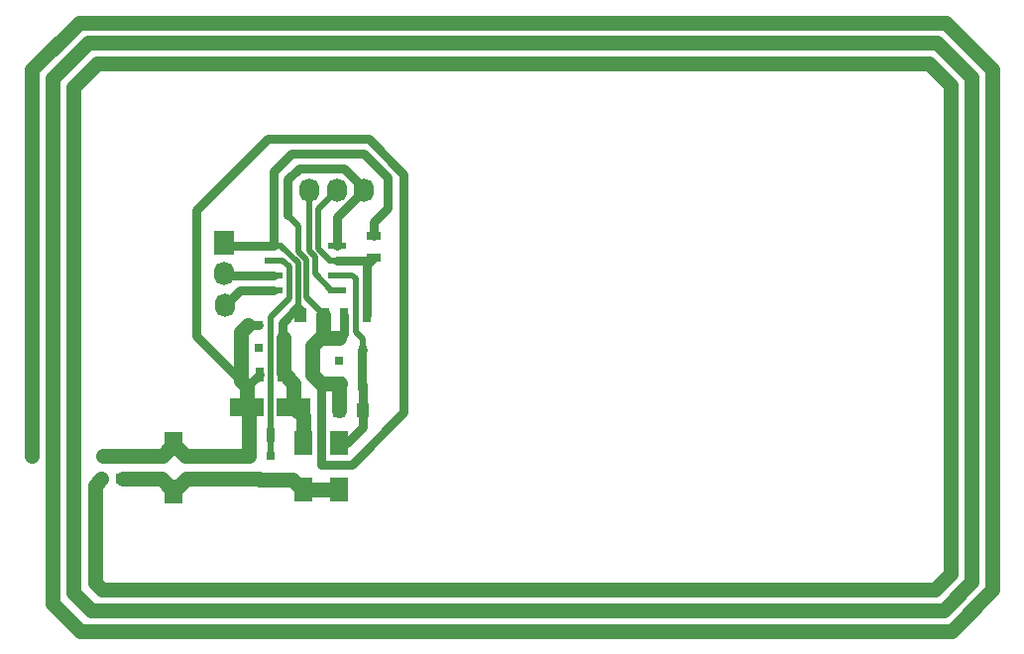
<source format=gbr>
G04 #@! TF.FileFunction,Copper,L1,Top,Signal*
%FSLAX46Y46*%
G04 Gerber Fmt 4.6, Leading zero omitted, Abs format (unit mm)*
G04 Created by KiCad (PCBNEW 201609201018+7184~55~ubuntu14.04.1-) date Tue Sep 27 19:15:18 2016*
%MOMM*%
%LPD*%
G01*
G04 APERTURE LIST*
%ADD10C,0.100000*%
%ADD11R,0.500000X0.900000*%
%ADD12R,1.250000X1.000000*%
%ADD13R,1.600000X2.000000*%
%ADD14R,1.000000X1.250000*%
%ADD15R,2.999740X1.501140*%
%ADD16R,0.800100X0.800100*%
%ADD17O,1.727200X2.032000*%
%ADD18R,1.727200X2.032000*%
%ADD19R,0.700000X1.300000*%
%ADD20R,1.300000X0.700000*%
%ADD21R,1.550000X0.600000*%
%ADD22C,1.000000*%
%ADD23C,1.270000*%
%ADD24C,0.500000*%
%ADD25C,0.800000*%
%ADD26C,0.250000*%
G04 APERTURE END LIST*
D10*
D11*
X7425000Y14500000D03*
X8925000Y14500000D03*
D12*
X10100000Y14500000D03*
X10100000Y16500000D03*
D13*
X13600000Y13450000D03*
X13600000Y17450000D03*
D14*
X27750000Y20350000D03*
X29750000Y20350000D03*
D15*
X23848980Y20650000D03*
X19851020Y20650000D03*
D14*
X24400000Y28450000D03*
X26400000Y28450000D03*
D13*
X24650000Y13550000D03*
X24650000Y17550000D03*
X27750000Y17550000D03*
X27750000Y13550000D03*
D16*
X22848220Y26650000D03*
X20849240Y25700000D03*
X20849240Y27600000D03*
X27749240Y26500000D03*
X27749240Y24600000D03*
X29748220Y25550000D03*
D17*
X29850000Y39150000D03*
X27550000Y39150000D03*
X25150000Y39150000D03*
X17950000Y29350000D03*
X17900000Y32050000D03*
D18*
X17900000Y34650000D03*
D16*
X21900000Y16450760D03*
X20000000Y16450760D03*
X20950000Y14451780D03*
D19*
X21900000Y18250000D03*
X20000000Y18250000D03*
X29700000Y22650000D03*
X27800000Y22650000D03*
X20900000Y23450000D03*
X22800000Y23450000D03*
D20*
X30650000Y33400000D03*
X30650000Y35300000D03*
D19*
X28150000Y28500000D03*
X30050000Y28500000D03*
D21*
X27550000Y34455000D03*
X27550000Y33185000D03*
X27550000Y31915000D03*
X27550000Y30645000D03*
X22150000Y30645000D03*
X22150000Y31915000D03*
X22150000Y33185000D03*
X22150000Y34455000D03*
D20*
X17375000Y14550000D03*
X17375000Y16450000D03*
D22*
X7575000Y16500000D03*
X1475000Y16500000D03*
D23*
X7575000Y16500000D02*
X10100000Y16500000D01*
X1500008Y21000000D02*
X1500008Y16525008D01*
X1500008Y16525008D02*
X1475000Y16500000D01*
X6875000Y5625000D02*
X6875000Y13525000D01*
X7425000Y14500000D02*
X6875000Y13950000D01*
X6875000Y13950000D02*
X6875000Y13525000D01*
D24*
X24275000Y36125000D02*
X23350000Y37050000D01*
X24275000Y33865069D02*
X24275000Y36125000D01*
X24950000Y30025000D02*
X24950000Y33190069D01*
X24950000Y33190069D02*
X24275000Y33865069D01*
X26400000Y28450000D02*
X26400000Y28575000D01*
X26400000Y28575000D02*
X24950000Y30025000D01*
D25*
X26180000Y22650000D02*
X26180000Y15720000D01*
X26180000Y15720000D02*
X28800002Y15720000D01*
X28800002Y15720000D02*
X33250000Y20169998D01*
X33250000Y20169998D02*
X33250000Y40550000D01*
X15550000Y37450000D02*
X15550000Y26702040D01*
X33250000Y40550000D02*
X30250000Y43550000D01*
X30250000Y43550000D02*
X21650000Y43550000D01*
X21650000Y43550000D02*
X15550000Y37450000D01*
X15550000Y26702040D02*
X19314189Y22937851D01*
X27550000Y34455000D02*
X27550000Y36850000D01*
X27550000Y36850000D02*
X29850000Y39150000D01*
X28102400Y41050000D02*
X29850000Y39302400D01*
X29850000Y39302400D02*
X29850000Y39150000D01*
X24350000Y41050000D02*
X28102400Y41050000D01*
X23350000Y37050000D02*
X23350000Y40050000D01*
X23350000Y40050000D02*
X24350000Y41050000D01*
D23*
X26400000Y28450000D02*
X26400000Y26555000D01*
X26400000Y26555000D02*
X26345000Y26500000D01*
X26345000Y26500000D02*
X26079190Y26500000D01*
X27800000Y22650000D02*
X26180000Y22650000D01*
X26079190Y26500000D02*
X27749240Y26500000D01*
X26180000Y22650000D02*
X25450000Y23380000D01*
X25450000Y23380000D02*
X25450000Y25870810D01*
X25450000Y25870810D02*
X26079190Y26500000D01*
X27750000Y20350000D02*
X27750000Y22600000D01*
X27750000Y22600000D02*
X27800000Y22650000D01*
D25*
X28150000Y28500000D02*
X28150000Y26900760D01*
X28150000Y26900760D02*
X27749240Y26500000D01*
X20900000Y23450000D02*
X19851020Y22401020D01*
X20849240Y27600000D02*
X19906138Y27600000D01*
D23*
X19906138Y27600000D02*
X19314189Y27008051D01*
X19314189Y27008051D02*
X19314189Y22937851D01*
X19314189Y22937851D02*
X19851020Y22401020D01*
X19851020Y20650000D02*
X19851020Y22401020D01*
X20000000Y18250000D02*
X20000000Y20501020D01*
X20000000Y20501020D02*
X19851020Y20650000D01*
X20000000Y16450760D02*
X20000000Y18250000D01*
X17375000Y16450000D02*
X19999240Y16450000D01*
X19999240Y16450000D02*
X20000000Y16450760D01*
X17375000Y16450000D02*
X14600000Y16450000D01*
X14600000Y16450000D02*
X13600000Y17450000D01*
X10100000Y16500000D02*
X12650000Y16500000D01*
X12650000Y16500000D02*
X13600000Y17450000D01*
X1500008Y21000000D02*
X1500008Y49500008D01*
X1500008Y49500008D02*
X5500000Y53500000D01*
X78600000Y5050000D02*
X7450000Y5050000D01*
X80000000Y1500000D02*
X5650000Y1500000D01*
X79325000Y3275000D02*
X6575000Y3275000D01*
X5500000Y53500000D02*
X79500000Y53500000D01*
X79500000Y53500000D02*
X83500000Y49500000D01*
X78100000Y49975000D02*
X79950000Y48125000D01*
X83500000Y49500000D02*
X83500000Y5000000D01*
X83500000Y5000000D02*
X80000000Y1500000D01*
X3275000Y3875000D02*
X3275000Y48750000D01*
X5650000Y1500000D02*
X3275000Y3875000D01*
X3275000Y48750000D02*
X6275000Y51750000D01*
X81725000Y48775000D02*
X81725000Y5675000D01*
X78750000Y51750000D02*
X81725000Y48775000D01*
X6275000Y51750000D02*
X78750000Y51750000D01*
X81725000Y5675000D02*
X79325000Y3275000D01*
X6575000Y3275000D02*
X5050000Y4800000D01*
X5050000Y4800000D02*
X5050000Y48000000D01*
X5050000Y48000000D02*
X7025000Y49975000D01*
X7025000Y49975000D02*
X78100000Y49975000D01*
X79950000Y6400000D02*
X78600000Y5050000D01*
X79950000Y48125000D02*
X79950000Y6400000D01*
X7450000Y5050000D02*
X6875000Y5625000D01*
D25*
X29700000Y22650000D02*
X29700000Y25501780D01*
X29700000Y25501780D02*
X29748220Y25550000D01*
X29750000Y20350000D02*
X29750000Y22600000D01*
X29750000Y22600000D02*
X29700000Y22650000D01*
X27750000Y17550000D02*
X28400000Y17550000D01*
X28400000Y17550000D02*
X29750000Y18900000D01*
X29750000Y18900000D02*
X29750000Y20350000D01*
D24*
X29748220Y25550000D02*
X29748220Y26450050D01*
X28825000Y31915000D02*
X27550000Y31915000D01*
X29748220Y26450050D02*
X29150000Y27048270D01*
X29150000Y27048270D02*
X29150000Y31590000D01*
X29150000Y31590000D02*
X28825000Y31915000D01*
X22150000Y34455000D02*
X22695000Y34455000D01*
X22695000Y34455000D02*
X24200000Y32950000D01*
X24200000Y32950000D02*
X24200000Y29201830D01*
X24200000Y29201830D02*
X24150000Y29151830D01*
D25*
X22150000Y40750000D02*
X22150000Y35555000D01*
X30650000Y36450000D02*
X31850000Y37650000D01*
X23649989Y42249989D02*
X22150000Y40750000D01*
X31850000Y37650000D02*
X31850000Y40249998D01*
X31850000Y40249998D02*
X29850009Y42249989D01*
X30650000Y35300000D02*
X30650000Y36450000D01*
X29850009Y42249989D02*
X23649989Y42249989D01*
X22150000Y35555000D02*
X22150000Y34455000D01*
X22150000Y34455000D02*
X18095000Y34455000D01*
X18095000Y34455000D02*
X17900000Y34650000D01*
X24400000Y28450000D02*
X24400000Y28901830D01*
X24400000Y28901830D02*
X24150000Y29151830D01*
D23*
X23848980Y20650000D02*
X23848980Y22670570D01*
X23848980Y22670570D02*
X22950000Y23569550D01*
X22950000Y23569550D02*
X22950000Y23600000D01*
X22950000Y23600000D02*
X22950000Y26548220D01*
D25*
X24150000Y29151830D02*
X22848220Y27850050D01*
X22848220Y27850050D02*
X22848220Y26650000D01*
D23*
X24650000Y17550000D02*
X24650000Y19848980D01*
X24650000Y19848980D02*
X23848980Y20650000D01*
D25*
X22150000Y31915000D02*
X18035000Y31915000D01*
X18035000Y31915000D02*
X17900000Y32050000D01*
X22150000Y30645000D02*
X19245000Y30645000D01*
X19245000Y30645000D02*
X17950000Y29350000D01*
D24*
X27550000Y30645000D02*
X27075000Y30645000D01*
X25150000Y33980033D02*
X25150000Y37634000D01*
X27075000Y30645000D02*
X25675000Y32045000D01*
X25675000Y32045000D02*
X25675000Y33455033D01*
X25675000Y33455033D02*
X25150000Y33980033D01*
X25150000Y37634000D02*
X25150000Y39150000D01*
X27550000Y33185000D02*
X26934998Y33185000D01*
X26934998Y33185000D02*
X25925000Y34194998D01*
X25925000Y34194998D02*
X25925000Y37525000D01*
X25925000Y37525000D02*
X27550000Y39150000D01*
D25*
X30050000Y28500000D02*
X30050000Y32800000D01*
X30050000Y32800000D02*
X30650000Y33400000D01*
X27550000Y33185000D02*
X30435000Y33185000D01*
X30435000Y33185000D02*
X30650000Y33400000D01*
D24*
X21900000Y18250000D02*
X21900000Y19400000D01*
X21900000Y19400000D02*
X21850000Y19450000D01*
X21850000Y19450000D02*
X21850000Y28300000D01*
X21850000Y28300000D02*
X23450000Y29900000D01*
X23450000Y29900000D02*
X23450000Y32650000D01*
X23450000Y32650000D02*
X22915000Y33185000D01*
X22915000Y33185000D02*
X22150000Y33185000D01*
X21900000Y16450760D02*
X21900000Y18250000D01*
D26*
X8925000Y14500000D02*
X10100000Y14500000D01*
D23*
X24650000Y13550000D02*
X27750000Y13550000D01*
X20950000Y14451780D02*
X23748220Y14451780D01*
X23748220Y14451780D02*
X24650000Y13550000D01*
X17375000Y14550000D02*
X20851780Y14550000D01*
X20851780Y14550000D02*
X20950000Y14451780D01*
X17375000Y14550000D02*
X14700000Y14550000D01*
X14700000Y14550000D02*
X13600000Y13450000D01*
X10100000Y14500000D02*
X12550000Y14500000D01*
X12550000Y14500000D02*
X13600000Y13450000D01*
X10100000Y14500000D02*
X9250000Y14500000D01*
M02*

</source>
